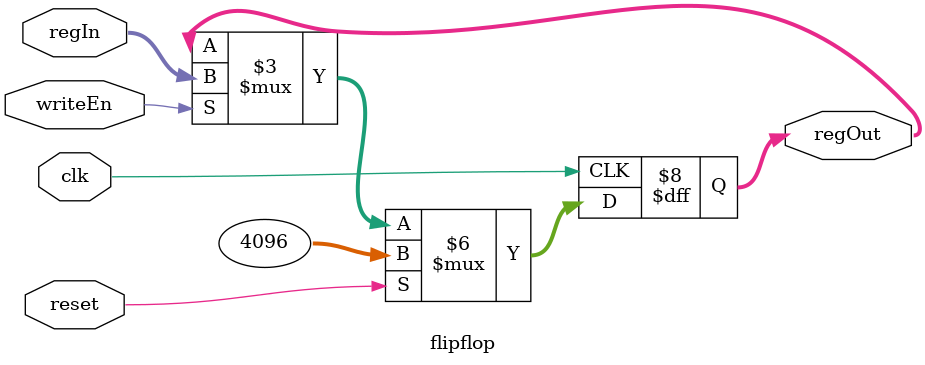
<source format=sv>

module flipflop (
    
    input clk, reset, writeEn,
    input [31:0] regIn,
    output reg [31:0] regOut);

    always @ (posedge clk) begin
        if (reset == 1) regOut <= 32'b0000_0000_0000_0000_0001_0000_0000_0000;
        else if (writeEn) regOut <= regIn;
    end
endmodule // register
</source>
